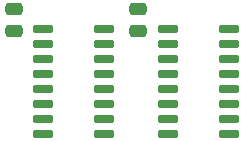
<source format=gbr>
%TF.GenerationSoftware,KiCad,Pcbnew,8.0.3*%
%TF.CreationDate,2024-07-13T20:35:25+02:00*%
%TF.ProjectId,Shift Register Board,53686966-7420-4526-9567-697374657220,rev?*%
%TF.SameCoordinates,Original*%
%TF.FileFunction,Paste,Bot*%
%TF.FilePolarity,Positive*%
%FSLAX46Y46*%
G04 Gerber Fmt 4.6, Leading zero omitted, Abs format (unit mm)*
G04 Created by KiCad (PCBNEW 8.0.3) date 2024-07-13 20:35:25*
%MOMM*%
%LPD*%
G01*
G04 APERTURE LIST*
G04 Aperture macros list*
%AMRoundRect*
0 Rectangle with rounded corners*
0 $1 Rounding radius*
0 $2 $3 $4 $5 $6 $7 $8 $9 X,Y pos of 4 corners*
0 Add a 4 corners polygon primitive as box body*
4,1,4,$2,$3,$4,$5,$6,$7,$8,$9,$2,$3,0*
0 Add four circle primitives for the rounded corners*
1,1,$1+$1,$2,$3*
1,1,$1+$1,$4,$5*
1,1,$1+$1,$6,$7*
1,1,$1+$1,$8,$9*
0 Add four rect primitives between the rounded corners*
20,1,$1+$1,$2,$3,$4,$5,0*
20,1,$1+$1,$4,$5,$6,$7,0*
20,1,$1+$1,$6,$7,$8,$9,0*
20,1,$1+$1,$8,$9,$2,$3,0*%
G04 Aperture macros list end*
%ADD10RoundRect,0.250000X0.475000X-0.250000X0.475000X0.250000X-0.475000X0.250000X-0.475000X-0.250000X0*%
%ADD11RoundRect,0.150000X0.725000X0.150000X-0.725000X0.150000X-0.725000X-0.150000X0.725000X-0.150000X0*%
G04 APERTURE END LIST*
D10*
%TO.C,C1*%
X52700000Y-70149999D03*
X52700000Y-68250001D03*
%TD*%
D11*
%TO.C,U2*%
X60275000Y-69955000D03*
X60275000Y-71225000D03*
X60275000Y-72495000D03*
X60275000Y-73765000D03*
X60275000Y-75035000D03*
X60275000Y-76305000D03*
X60275000Y-77575000D03*
X60275000Y-78845000D03*
X55125000Y-78845000D03*
X55125000Y-77575000D03*
X55125000Y-76305000D03*
X55125000Y-75035000D03*
X55125000Y-73765000D03*
X55125000Y-72495000D03*
X55125000Y-71225000D03*
X55125000Y-69955000D03*
%TD*%
D10*
%TO.C,C2*%
X63200000Y-70149999D03*
X63200000Y-68250001D03*
%TD*%
D11*
%TO.C,U1*%
X70875000Y-69955000D03*
X70875000Y-71225000D03*
X70875000Y-72495000D03*
X70875000Y-73765000D03*
X70875000Y-75035000D03*
X70875000Y-76305000D03*
X70875000Y-77575000D03*
X70875000Y-78845000D03*
X65725000Y-78845000D03*
X65725000Y-77575000D03*
X65725000Y-76305000D03*
X65725000Y-75035000D03*
X65725000Y-73765000D03*
X65725000Y-72495000D03*
X65725000Y-71225000D03*
X65725000Y-69955000D03*
%TD*%
M02*

</source>
